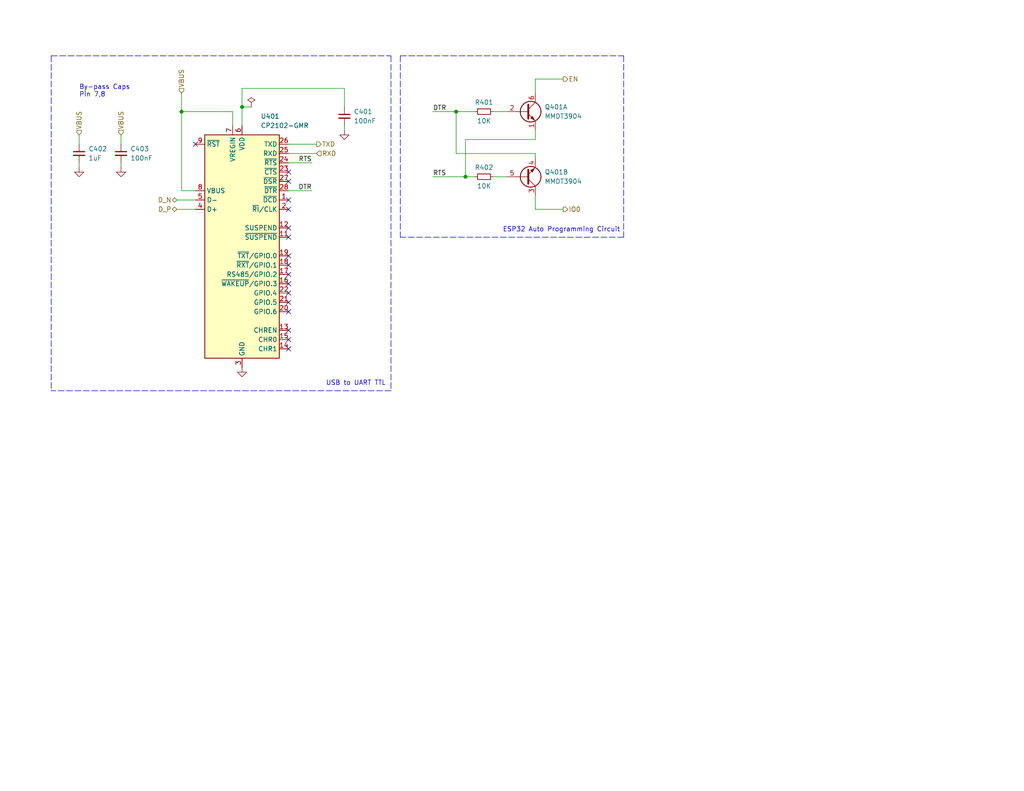
<source format=kicad_sch>
(kicad_sch (version 20230121) (generator eeschema)
  (paper "USLetter")
  (title_block (title "USB to UART / Auto-Programmer for ESP32") (date "2023-02-07") (rev "A") (company "Joshua Butler, MD, MHI"))
  (lib_symbols
    (symbol "Device:C_Small" (pin_numbers hide) (pin_names (offset 0.254) hide)
      (property "Reference" "C" (at 0.254 1.778 0))
      (property "Value" "C_Small" (at 0.254 -2.032 0))
      (symbol "C_Small_0_1"
        (polyline (pts (xy -1.524 -0.508) (xy 1.524 -0.508)) (stroke (width 0.3302)))
        (polyline (pts (xy -1.524 0.508) (xy 1.524 0.508)) (stroke (width 0.3048)))
      )
      (symbol "C_Small_1_1"
        (pin passive line (at 0 2.54 270) (length 2.032) (name "~") (number "1"))
        (pin passive line (at 0 -2.54 90) (length 2.032) (name "~") (number "2"))
      )
    )
    (symbol "Device:Q_Dual_NPN_NPN_E1B1C2E2B2C1" (pin_names (offset 0) hide)
      (property "Reference" "Q" (at 5.08 1.27 0))
      (property "Value" "Q_Dual_NPN_NPN_E1B1C2E2B2C1" (at 5.08 -1.27 0))
      (symbol "Q_Dual_NPN_NPN_E1B1C2E2B2C1_0_1"
        (polyline (pts (xy 0.635 0) (xy -2.54 0)))
        (polyline (pts (xy 0.635 0.635) (xy 2.54 2.54)))
        (polyline (pts (xy 0.635 -0.635) (xy 2.54 -2.54) (xy 2.54 -2.54)))
        (polyline (pts (xy 0.635 1.905) (xy 0.635 -1.905) (xy 0.635 -1.905)) (stroke (width 0.508)))
        (polyline (pts (xy 1.27 -1.778) (xy 1.778 -1.27) (xy 2.286 -2.286) (xy 1.27 -1.778) (xy 1.27 -1.778)) (fill (type outline)))
        (circle (center 1.27 0) (radius 2.8194) (stroke (width 0.254)))
      )
      (symbol "Q_Dual_NPN_NPN_E1B1C2E2B2C1_1_1"
        (pin passive line (at 2.54 -5.08 90) (length 2.54) (name "E1") (number "1"))
        (pin input line (at -5.08 0 0) (length 2.54) (name "B1") (number "2"))
        (pin passive line (at 2.54 5.08 270) (length 2.54) (name "C1") (number "6"))
      )
      (symbol "Q_Dual_NPN_NPN_E1B1C2E2B2C1_2_1"
        (pin passive line (at 2.54 5.08 270) (length 2.54) (name "C2") (number "3"))
        (pin passive line (at 2.54 -5.08 90) (length 2.54) (name "E2") (number "4"))
        (pin input line (at -5.08 0 0) (length 2.54) (name "B2") (number "5"))
      )
    )
    (symbol "Device:R_Small" (pin_numbers hide) (pin_names (offset 0.254) hide)
      (property "Reference" "R" (at 0.762 0.508 0))
      (property "Value" "R_Small" (at 0.762 -1.016 0))
      (symbol "R_Small_0_1"
        (rectangle (start -0.762 1.778) (end 0.762 -1.778) (stroke (width 0.2032)))
      )
      (symbol "R_Small_1_1"
        (pin passive line (at 0 2.54 270) (length 0.762) (name "~") (number "1"))
        (pin passive line (at 0 -2.54 90) (length 0.762) (name "~") (number "2"))
      )
    )
    (symbol "Interface_USB:CP2102N-Axx-xQFN28"
      (property "Reference" "U" (at -8.89 31.75 0))
      (property "Value" "CP2102N-Axx-xQFN28" (at 12.7 31.75 0))
      (symbol "CP2102N-Axx-xQFN28_0_1"
        (rectangle (start -10.16 30.48) (end 10.16 -30.48) (stroke (width 0.254)) (fill (type background)))
      )
      (symbol "CP2102N-Axx-xQFN28_1_1"
        (pin input line (at 12.7 12.7 180) (length 2.54) (name "~{DCD}") (number "1"))
        (pin no_connect line (at -10.16 -27.94 0) (length 2.54) hide (name "NC") (number "10"))
        (pin output line (at 12.7 2.54 180) (length 2.54) (name "~{SUSPEND}") (number "11"))
        (pin output line (at 12.7 5.08 180) (length 2.54) (name "SUSPEND") (number "12"))
        (pin output line (at 12.7 -22.86 180) (length 2.54) (name "CHREN") (number "13"))
        (pin output line (at 12.7 -27.94 180) (length 2.54) (name "CHR1") (number "14"))
        (pin output line (at 12.7 -25.4 180) (length 2.54) (name "CHR0") (number "15"))
        (pin bidirectional line (at 12.7 -10.16 180) (length 2.54) (name "~{WAKEUP}/GPIO.3") (number "16"))
        (pin bidirectional line (at 12.7 -7.62 180) (length 2.54) (name "RS485/GPIO.2") (number "17"))
        (pin bidirectional line (at 12.7 -5.08 180) (length 2.54) (name "~{RXT}/GPIO.1") (number "18"))
        (pin bidirectional line (at 12.7 -2.54 180) (length 2.54) (name "~{TXT}/GPIO.0") (number "19"))
        (pin bidirectional line (at 12.7 10.16 180) (length 2.54) (name "~{RI}/CLK") (number "2"))
        (pin bidirectional line (at 12.7 -17.78 180) (length 2.54) (name "GPIO.6") (number "20"))
        (pin bidirectional line (at 12.7 -15.24 180) (length 2.54) (name "GPIO.5") (number "21"))
        (pin bidirectional line (at 12.7 -12.7 180) (length 2.54) (name "GPIO.4") (number "22"))
        (pin input line (at 12.7 20.32 180) (length 2.54) (name "~{CTS}") (number "23"))
        (pin output line (at 12.7 22.86 180) (length 2.54) (name "~{RTS}") (number "24"))
        (pin input line (at 12.7 25.4 180) (length 2.54) (name "RXD") (number "25"))
        (pin output line (at 12.7 27.94 180) (length 2.54) (name "TXD") (number "26"))
        (pin input line (at 12.7 17.78 180) (length 2.54) (name "~{DSR}") (number "27"))
        (pin output line (at 12.7 15.24 180) (length 2.54) (name "~{DTR}") (number "28"))
        (pin passive line (at 0 -33.02 90) (length 2.54) hide (name "GND") (number "29"))
        (pin power_in line (at 0 -33.02 90) (length 2.54) (name "GND") (number "3"))
        (pin bidirectional line (at -12.7 10.16 0) (length 2.54) (name "D+") (number "4"))
        (pin bidirectional line (at -12.7 12.7 0) (length 2.54) (name "D-") (number "5"))
        (pin power_in line (at 0 33.02 270) (length 2.54) (name "VDD") (number "6"))
        (pin power_in line (at -2.54 33.02 270) (length 2.54) (name "VREGIN") (number "7"))
        (pin input line (at -12.7 15.24 0) (length 2.54) (name "VBUS") (number "8"))
        (pin input line (at -12.7 27.94 0) (length 2.54) (name "~{RST}") (number "9"))
      )
    )
    (symbol "power:GND" (power) (pin_names (offset 0))
      (property "Value" "GND" (at 0 -3.81 0))
      (symbol "GND_0_1"
        (polyline (pts (xy 0 0) (xy 0 -1.27) (xy 1.27 -1.27) (xy 0 -2.54) (xy -1.27 -1.27) (xy 0 -1.27)))
      )
      (symbol "GND_1_1"
        (pin power_in line (at 0 0 270) (length 0) hide (name "GND") (number "1"))
      )
    )
    (symbol "power:PWR_FLAG" (power) (pin_numbers hide) (pin_names (offset 0) hide)
      (property "Value" "PWR_FLAG" (at 0 3.81 0))
      (symbol "PWR_FLAG_0_0"
        (pin power_out line (at 0 0 90) (length 0) (name "pwr") (number "1"))
      )
      (symbol "PWR_FLAG_0_1"
        (polyline (pts (xy 0 0) (xy 0 1.27) (xy -1.016 1.905) (xy 0 2.54) (xy 1.016 1.905) (xy 0 1.27)))
      )
    )
  )
  (junction (at 127 48.26))
  (junction (at 66.04 29.21))
  (junction (at 49.53 30.48))
  (junction (at 124.46 30.48))
  (no_connect (at 78.74 74.93))
  (no_connect (at 78.74 62.23))
  (no_connect (at 78.74 80.01))
  (no_connect (at 78.74 57.15))
  (no_connect (at 78.74 92.71))
  (no_connect (at 78.74 54.61))
  (no_connect (at 78.74 90.17))
  (no_connect (at 78.74 49.53))
  (no_connect (at 78.74 72.39))
  (no_connect (at 78.74 64.77))
  (no_connect (at 78.74 69.85))
  (no_connect (at 78.74 77.47))
  (no_connect (at 78.74 46.99))
  (no_connect (at 78.74 95.25))
  (no_connect (at 53.34 39.37))
  (no_connect (at 78.74 82.55))
  (no_connect (at 78.74 85.09))
  (polyline (pts (xy 170.18 15.24) (xy 170.18 64.77)) (stroke (width 0) (type dash)))
  (wire (pts (xy 33.02 36.83) (xy 33.02 39.37)))
  (wire (pts (xy 134.62 30.48) (xy 138.43 30.48)))
  (wire (pts (xy 66.04 24.13) (xy 66.04 29.21)))
  (wire (pts (xy 33.02 44.45) (xy 33.02 45.72)))
  (wire (pts (xy 78.74 44.45) (xy 85.09 44.45)))
  (wire (pts (xy 146.05 53.34) (xy 146.05 57.15)))
  (wire (pts (xy 124.46 41.91) (xy 124.46 30.48)))
  (wire (pts (xy 63.5 34.29) (xy 63.5 30.48)))
  (wire (pts (xy 146.05 25.4) (xy 146.05 21.59)))
  (wire (pts (xy 78.74 39.37) (xy 86.36 39.37)))
  (wire (pts (xy 93.98 24.13) (xy 66.04 24.13)))
  (wire (pts (xy 146.05 38.1) (xy 127 38.1)))
  (wire (pts (xy 146.05 41.91) (xy 124.46 41.91)))
  (polyline (pts (xy 109.22 15.24) (xy 109.22 64.77)) (stroke (width 0) (type dash)))
  (wire (pts (xy 127 48.26) (xy 129.54 48.26)))
  (polyline (pts (xy 170.18 64.77) (xy 109.22 64.77)) (stroke (width 0) (type dash)))
  (wire (pts (xy 66.04 29.21) (xy 68.58 29.21)))
  (wire (pts (xy 49.53 25.4) (xy 49.53 30.48)))
  (wire (pts (xy 118.11 48.26) (xy 127 48.26)))
  (wire (pts (xy 93.98 24.13) (xy 93.98 29.21)))
  (polyline (pts (xy 13.97 15.24) (xy 106.68 15.24)) (stroke (width 0) (type dash)))
  (wire (pts (xy 66.04 29.21) (xy 66.04 34.29)))
  (wire (pts (xy 21.59 44.45) (xy 21.59 45.72)))
  (polyline (pts (xy 109.22 15.24) (xy 170.18 15.24)) (stroke (width 0) (type dash)))
  (wire (pts (xy 78.74 41.91) (xy 86.36 41.91)))
  (wire (pts (xy 21.59 36.83) (xy 21.59 39.37)))
  (wire (pts (xy 127 38.1) (xy 127 48.26)))
  (polyline (pts (xy 106.68 15.24) (xy 106.68 106.68)) (stroke (width 0) (type dash)))
  (wire (pts (xy 48.26 54.61) (xy 53.34 54.61)))
  (wire (pts (xy 146.05 38.1) (xy 146.05 35.56)))
  (polyline (pts (xy 13.97 15.24) (xy 13.97 106.68)) (stroke (width 0) (type dash)))
  (wire (pts (xy 93.98 34.29) (xy 93.98 35.56)))
  (wire (pts (xy 118.11 30.48) (xy 124.46 30.48)))
  (wire (pts (xy 134.62 48.26) (xy 138.43 48.26)))
  (wire (pts (xy 49.53 30.48) (xy 49.53 52.07)))
  (wire (pts (xy 49.53 52.07) (xy 53.34 52.07)))
  (wire (pts (xy 146.05 21.59) (xy 153.67 21.59)))
  (wire (pts (xy 85.09 52.07) (xy 78.74 52.07)))
  (wire (pts (xy 48.26 57.15) (xy 53.34 57.15)))
  (wire (pts (xy 146.05 57.15) (xy 153.67 57.15)))
  (wire (pts (xy 124.46 30.48) (xy 129.54 30.48)))
  (wire (pts (xy 63.5 30.48) (xy 49.53 30.48)))
  (polyline (pts (xy 106.68 106.68) (xy 13.97 106.68)) (stroke (width 0) (type dash)))
  (wire (pts (xy 146.05 41.91) (xy 146.05 43.18)))
  (text "By-pass Caps\nPin 7,8" (at 21.59 26.67 0) (effects (font (size 1.27 1.27)) (justify left bottom)))
  (text "USB to UART TTL" (at 88.9 105.41 0) (effects (font (size 1.27 1.27)) (justify left bottom)))
  (text "ESP32 Auto Programming Circuit" (at 137.16 63.5 0) (effects (font (size 1.27 1.27)) (justify left bottom)))
  (label "RTS" (at 85.09 44.45 180))
  (label "DTR" (at 118.11 30.48 0))
  (label "RTS" (at 118.11 48.26 0))
  (label "DTR" (at 85.09 52.07 180))
  (hierarchical_label "D_P" (shape bidirectional) (at 48.26 57.15 180))
  (hierarchical_label "VBUS" (shape input) (at 49.53 25.4 90))
  (hierarchical_label "VBUS" (shape input) (at 21.59 36.83 90))
  (hierarchical_label "RXD" (shape input) (at 86.36 41.91 0))
  (hierarchical_label "VBUS" (shape input) (at 33.02 36.83 90))
  (hierarchical_label "EN" (shape output) (at 153.67 21.59 0))
  (hierarchical_label "TXD" (shape output) (at 86.36 39.37 0))
  (hierarchical_label "D_N" (shape bidirectional) (at 48.26 54.61 180))
  (hierarchical_label "IO0" (shape output) (at 153.67 57.15 0))
  (symbol (lib_id "Device:R_Small") (at 132.08 30.48 270) (mirror x) (unit 1)
    (property "Reference" "R401" (at 132.08 27.94 90))
    (property "Value" "10K" (at 132.08 33.02 90))
    (property "Footprint" "Resistor_SMD:R_0603_1608Metric" (effects hide))
    (property "LCSC" "C25804" (effects hide))
    (instances (project "mini-project-2-wled-board" (path "" (reference "R401") (unit 1))) (project "iot_playground" (path "" (reference "R301") (unit 1))))
  )
  (symbol (lib_id "Interface_USB:CP2102N-Axx-xQFN28") (at 66.04 67.31 0) (unit 1)
    (property "Reference" "U401" (at 71.12 31.75 0) (effects (justify left)))
    (property "Value" "CP2102-GMR" (at 71.12 34.29 0) (effects (justify left)))
    (property "Footprint" "Package_DFN_QFN:QFN-28-1EP_5x5mm_P0.5mm_EP3.35x3.35mm" (effects hide))
    (property "Datasheet" "https://www.silabs.com/documents/public/data-sheets/cp2102n-datasheet.pdf" (effects hide))
    (property "LCSC" "C6568" (effects hide))
    (instances (project "mini-project-2-wled-board" (path "" (reference "U401") (unit 1))) (project "arudino-clone" (path "" (reference "U301") (unit 1))) (project "iot_playground" (path "" (reference "U301") (unit 1))))
  )
  (symbol (lib_id "Device:C_Small") (at 33.02 41.91 0) (unit 1)
    (property "Reference" "C403" (at 35.56 40.6462 0) (effects (justify left)))
    (property "Value" "100nF" (at 35.56 43.1862 0) (effects (justify left)))
    (property "Footprint" "Capacitor_SMD:C_0603_1608Metric" (effects hide))
    (property "LCSC" "C14663" (effects hide))
    (instances (project "mini-project-2-wled-board" (path "" (reference "C403") (unit 1))) (project "arudino-clone" (path "" (reference "C303") (unit 1))) (project "iot_playground" (path "" (reference "C303") (unit 1))))
  )
  (symbol (lib_id "power:PWR_FLAG") (at 68.58 29.21 0) (unit 1)
    (property "Reference" "#FLG0401" (effects hide))
    (property "Value" "PWR_FLAG" (effects hide))
    (instances (project "mini-project-2-wled-board" (path "" (reference "#FLG0401") (unit 1))) (project "arudino-clone" (path "" (reference "#FLG0301") (unit 1))) (project "iot_playground" (path "" (reference "#FLG0301") (unit 1))))
  )
  (symbol (lib_id "power:GND") (at 66.04 100.33 0) (unit 1)
    (property "Reference" "#PWR0404" (effects hide))
    (property "Value" "GND" (effects hide))
    (instances (project "mini-project-2-wled-board" (path "" (reference "#PWR0404") (unit 1))) (project "arudino-clone" (path "" (reference "#PWR0304") (unit 1))) (project "iot_playground" (path "" (reference "#PWR0304") (unit 1))))
  )
  (symbol (lib_id "Device:R_Small") (at 132.08 48.26 270) (mirror x) (unit 1)
    (property "Reference" "R402" (at 132.08 45.72 90))
    (property "Value" "10K" (at 132.08 50.8 90))
    (property "Footprint" "Resistor_SMD:R_0603_1608Metric" (effects hide))
    (property "LCSC" "C25804" (effects hide))
    (instances (project "mini-project-2-wled-board" (path "" (reference "R402") (unit 1))) (project "iot_playground" (path "" (reference "R302") (unit 1))))
  )
  (symbol (lib_id "power:GND") (at 33.02 45.72 0) (unit 1)
    (property "Reference" "#PWR0403" (effects hide))
    (property "Value" "GND" (effects hide))
    (instances (project "mini-project-2-wled-board" (path "" (reference "#PWR0403") (unit 1))) (project "arudino-clone" (path "" (reference "#PWR0303") (unit 1))) (project "iot_playground" (path "" (reference "#PWR0303") (unit 1))))
  )
  (symbol (lib_id "Device:C_Small") (at 21.59 41.91 0) (unit 1)
    (property "Reference" "C402" (at 24.13 40.6462 0) (effects (justify left)))
    (property "Value" "1uF" (at 24.13 43.1862 0) (effects (justify left)))
    (property "Footprint" "Capacitor_SMD:C_0603_1608Metric" (effects hide))
    (property "LCSC" "C14663" (effects hide))
    (instances (project "mini-project-2-wled-board" (path "" (reference "C402") (unit 1))) (project "arudino-clone" (path "" (reference "C302") (unit 1))) (project "iot_playground" (path "" (reference "C302") (unit 1))))
  )
  (symbol (lib_id "power:GND") (at 21.59 45.72 0) (unit 1)
    (property "Reference" "#PWR0402" (effects hide))
    (property "Value" "GND" (effects hide))
    (instances (project "mini-project-2-wled-board" (path "" (reference "#PWR0402") (unit 1))) (project "arudino-clone" (path "" (reference "#PWR0302") (unit 1))) (project "iot_playground" (path "" (reference "#PWR0302") (unit 1))))
  )
  (symbol (lib_id "Device:Q_Dual_NPN_NPN_E1B1C2E2B2C1") (at 143.51 48.26 0) (mirror x) (unit 2)
    (property "Reference" "Q401" (at 148.59 46.99 0) (effects (justify left)))
    (property "Value" "MMDT3904" (at 148.59 49.53 0) (effects (justify left)))
    (property "Footprint" "Package_TO_SOT_SMD:SOT-363_SC-70-6" (effects hide))
    (property "LCSC" " C83572" (effects hide))
  )
  (symbol (lib_id "power:GND") (at 93.98 35.56 0) (unit 1)
    (property "Reference" "#PWR0401" (effects hide))
    (property "Value" "GND" (effects hide))
    (instances (project "mini-project-2-wled-board" (path "" (reference "#PWR0401") (unit 1))) (project "arudino-clone" (path "" (reference "#PWR0301") (unit 1))) (project "iot_playground" (path "" (reference "#PWR0301") (unit 1))))
  )
  (symbol (lib_id "Device:Q_Dual_NPN_NPN_E1B1C2E2B2C1") (at 143.51 30.48 0) (unit 1)
    (property "Reference" "Q401" (at 148.59 29.21 0) (effects (justify left)))
    (property "Value" "MMDT3904" (at 148.59 31.75 0) (effects (justify left)))
    (property "Footprint" "Package_TO_SOT_SMD:SOT-363_SC-70-6" (effects hide))
    (property "LCSC" " C83572" (effects hide))
  )
  (symbol (lib_id "Device:C_Small") (at 93.98 31.75 0) (unit 1)
    (property "Reference" "C401" (at 96.52 30.4862 0) (effects (justify left)))
    (property "Value" "100nF" (at 96.52 33.0262 0) (effects (justify left)))
    (property "Footprint" "Capacitor_SMD:C_0603_1608Metric" (effects hide))
    (property "LCSC" "C14663" (effects hide))
    (instances (project "mini-project-2-wled-board" (path "" (reference "C401") (unit 1))) (project "arudino-clone" (path "" (reference "C301") (unit 1))) (project "iot_playground" (path "" (reference "C301") (unit 1))))
  )
)
</source>
